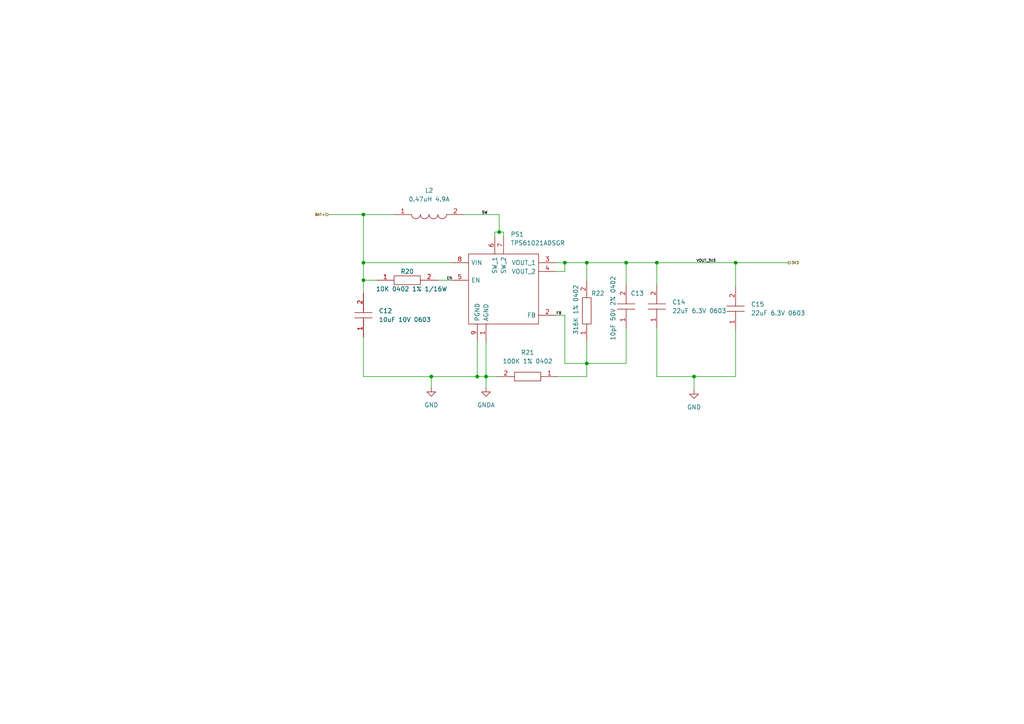
<source format=kicad_sch>
(kicad_sch (version 20211123) (generator eeschema)
  (paper "A4")
  (lib_symbols
    (symbol "global_lib:AC0402FR-0710KL" (pin_names (offset 0.762))
      (property "Reference" "R" (at 13.97 6.35 0))
      (property "Value" "AC0402FR-0710KL" (at 13.97 3.81 0))
      (symbol "AC0402FR-0710KL_0_0"
        (pin passive line (at 0 0 0) (length 5.08) (name "~") (number "1"))
        (pin passive line (at 17.78 0 180) (length 5.08) (name "~") (number "2"))
      )
      (symbol "AC0402FR-0710KL_0_1"
        (polyline (pts (xy 5.08 1.27) (xy 12.7 1.27) (xy 12.7 -1.27) (xy 5.08 -1.27) (xy 5.08 1.27)) (stroke (width 0.1524)))
      )
    )
    (symbol "my_cap:10pF 50V 2% 0402" (pin_names (offset 0.762))
      (property "Reference" "C" (at 8.89 6.35 0))
      (property "Value" "10pF 50V 2% 0402" (at 8.89 3.81 0))
      (symbol "10pF 50V 2% 0402_0_0"
        (pin passive line (at 0 0 0) (length 5.08) (name "~") (number "1"))
        (pin passive line (at 12.7 0 180) (length 5.08) (name "~") (number "2"))
      )
      (symbol "10pF 50V 2% 0402_0_1"
        (polyline (pts (xy 5.08 0) (xy 5.588 0)) (stroke (width 0.1524)))
        (polyline (pts (xy 5.588 2.54) (xy 5.588 -2.54)) (stroke (width 0.1524)))
        (polyline (pts (xy 7.112 0) (xy 7.62 0)) (stroke (width 0.1524)))
        (polyline (pts (xy 7.112 2.54) (xy 7.112 -2.54)) (stroke (width 0.1524)))
      )
    )
    (symbol "my_cap:10uF 10V 0603" (pin_names (offset 0.762))
      (property "Reference" "C" (at 8.89 6.35 0))
      (property "Value" "10uF 10V 0603" (at 8.89 3.81 0))
      (symbol "10uF 10V 0603_0_0"
        (pin passive line (at 0 0 0) (length 5.08) (name "~") (number "1"))
        (pin passive line (at 12.7 0 180) (length 5.08) (name "~") (number "2"))
      )
      (symbol "10uF 10V 0603_0_1"
        (polyline (pts (xy 5.08 0) (xy 5.588 0)) (stroke (width 0.1524)))
        (polyline (pts (xy 5.588 2.54) (xy 5.588 -2.54)) (stroke (width 0.1524)))
        (polyline (pts (xy 7.112 0) (xy 7.62 0)) (stroke (width 0.1524)))
        (polyline (pts (xy 7.112 2.54) (xy 7.112 -2.54)) (stroke (width 0.1524)))
      )
    )
    (symbol "my_cap:22uF 6.3V 0603" (pin_names (offset 0.762))
      (property "Reference" "C" (at 8.89 6.35 0))
      (property "Value" "22uF 6.3V 0603" (at 8.89 3.81 0))
      (symbol "22uF 6.3V 0603_0_0"
        (pin passive line (at 0 0 0) (length 5.08) (name "~") (number "1"))
        (pin passive line (at 12.7 0 180) (length 5.08) (name "~") (number "2"))
      )
      (symbol "22uF 6.3V 0603_0_1"
        (polyline (pts (xy 5.08 0) (xy 5.588 0)) (stroke (width 0.1524)))
        (polyline (pts (xy 5.588 2.54) (xy 5.588 -2.54)) (stroke (width 0.1524)))
        (polyline (pts (xy 7.112 0) (xy 7.62 0)) (stroke (width 0.1524)))
        (polyline (pts (xy 7.112 2.54) (xy 7.112 -2.54)) (stroke (width 0.1524)))
      )
    )
    (symbol "my_coil:0.47uH 4.9A" (pin_names (offset 0.762))
      (property "Reference" "L" (at 16.51 6.35 0))
      (property "Value" "0.47uH 4.9A" (at 16.51 3.81 0))
      (symbol "0.47uH 4.9A_0_0"
        (pin passive line (at 0 0 0) (length 5.08) (name "~") (number "1"))
        (pin passive line (at 20.32 0 180) (length 5.08) (name "~") (number "2"))
      )
      (symbol "0.47uH 4.9A_0_1"
        (arc (start 5.08 0) (mid 6.35 -1.3218) (end 7.62 0) (stroke (width 0.1524)))
        (arc (start 7.62 0) (mid 8.89 -1.3218) (end 10.16 0) (stroke (width 0.1524)))
        (arc (start 10.16 0) (mid 11.43 -1.3218) (end 12.7 0) (stroke (width 0.1524)))
        (arc (start 12.7 0) (mid 13.97 -1.3218) (end 15.24 0) (stroke (width 0.1524)))
      )
    )
    (symbol "my_res:100K 1% 0402" (pin_names (offset 0.762))
      (property "Reference" "R" (at 13.97 6.35 0))
      (property "Value" "100K 1% 0402" (at 13.97 3.81 0))
      (symbol "100K 1% 0402_0_0"
        (pin passive line (at 0 0 0) (length 5.08) (name "~") (number "1"))
        (pin passive line (at 17.78 0 180) (length 5.08) (name "~") (number "2"))
      )
      (symbol "100K 1% 0402_0_1"
        (polyline (pts (xy 5.08 1.27) (xy 12.7 1.27) (xy 12.7 -1.27) (xy 5.08 -1.27) (xy 5.08 1.27)) (stroke (width 0.1524)))
      )
    )
    (symbol "my_res:316K 1% 0402" (pin_names (offset 0.762))
      (property "Reference" "R" (at 13.97 6.35 0))
      (property "Value" "316K 1% 0402" (at 13.97 3.81 0))
      (symbol "316K 1% 0402_0_0"
        (pin passive line (at 0 0 0) (length 5.08) (name "~") (number "1"))
        (pin passive line (at 17.78 0 180) (length 5.08) (name "~") (number "2"))
      )
      (symbol "316K 1% 0402_0_1"
        (polyline (pts (xy 5.08 1.27) (xy 12.7 1.27) (xy 12.7 -1.27) (xy 5.08 -1.27) (xy 5.08 1.27)) (stroke (width 0.1524)))
      )
    )
    (symbol "my_step_up:TPS61021ADSGR" (pin_names (offset 0.762))
      (property "Reference" "PS" (at 26.67 7.62 0))
      (property "Value" "TPS61021ADSGR" (at 26.67 5.08 0))
      (symbol "TPS61021ADSGR_0_0"
        (pin power_in line (at 10.16 -22.86 90) (length 5.08) (name "AGND") (number "1"))
        (pin input line (at 30.48 -15.24 180) (length 5.08) (name "FB") (number "2"))
        (pin power_in line (at 30.48 0 180) (length 5.08) (name "VOUT_1") (number "3"))
        (pin power_in line (at 30.48 -2.54 180) (length 5.08) (name "VOUT_2") (number "4"))
        (pin input line (at 0 -5.08 0) (length 5.08) (name "EN") (number "5"))
        (pin power_in line (at 12.7 7.62 270) (length 5.08) (name "SW_1") (number "6"))
        (pin power_in line (at 15.24 7.62 270) (length 5.08) (name "SW_2") (number "7"))
        (pin input line (at 0 0 0) (length 5.08) (name "VIN") (number "8"))
        (pin power_in line (at 7.62 -22.86 90) (length 5.08) (name "PGND") (number "9"))
      )
      (symbol "TPS61021ADSGR_0_1"
        (polyline (pts (xy 5.08 2.54) (xy 25.4 2.54) (xy 25.4 -17.78) (xy 5.08 -17.78) (xy 5.08 2.54)) (stroke (width 0.1524)))
      )
    )
    (symbol "power:GND" (power) (pin_names (offset 0))
      (property "Value" "GND" (at 0 -3.81 0))
      (symbol "GND_0_1"
        (polyline (pts (xy 0 0) (xy 0 -1.27) (xy 1.27 -1.27) (xy 0 -2.54) (xy -1.27 -1.27) (xy 0 -1.27)))
      )
      (symbol "GND_1_1"
        (pin power_in line (at 0 0 270) (length 0) hide (name "GND") (number "1"))
      )
    )
    (symbol "power:GNDA" (power) (pin_names (offset 0))
      (property "Value" "GNDA" (at 0 -3.81 0))
      (symbol "GNDA_0_1"
        (polyline (pts (xy 0 0) (xy 0 -1.27) (xy 1.27 -1.27) (xy 0 -2.54) (xy -1.27 -1.27) (xy 0 -1.27)))
      )
      (symbol "GNDA_1_1"
        (pin power_in line (at 0 0 270) (length 0) hide (name "GNDA") (number "1"))
      )
    )
  )
  (junction (at 138.43 109.22))
  (junction (at 105.41 62.23))
  (junction (at 201.295 109.22))
  (junction (at 181.61 76.2))
  (junction (at 213.36 76.2))
  (junction (at 105.41 76.2))
  (junction (at 190.5 76.2))
  (junction (at 105.41 81.28))
  (junction (at 170.18 105.41))
  (junction (at 125.095 109.22))
  (junction (at 144.78 67.31))
  (junction (at 163.83 76.2))
  (junction (at 140.97 109.22))
  (junction (at 170.18 76.2))
  (wire (pts (xy 201.295 109.22) (xy 213.36 109.22)))
  (wire (pts (xy 170.18 105.41) (xy 170.18 109.22)))
  (wire (pts (xy 105.41 76.2) (xy 130.81 76.2)))
  (wire (pts (xy 144.78 67.31) (xy 146.05 67.31)))
  (wire (pts (xy 105.41 109.22) (xy 125.095 109.22)))
  (wire (pts (xy 190.5 82.55) (xy 190.5 76.2)))
  (wire (pts (xy 95.25 62.23) (xy 105.41 62.23)))
  (wire (pts (xy 127 81.28) (xy 130.81 81.28)))
  (wire (pts (xy 213.36 76.2) (xy 228.6 76.2)))
  (wire (pts (xy 138.43 99.06) (xy 138.43 109.22)))
  (wire (pts (xy 213.36 83.185) (xy 213.36 76.2)))
  (wire (pts (xy 146.05 67.31) (xy 146.05 68.58)))
  (wire (pts (xy 161.29 91.44) (xy 163.83 91.44)))
  (wire (pts (xy 181.61 95.25) (xy 181.61 105.41)))
  (wire (pts (xy 140.97 99.06) (xy 140.97 109.22)))
  (wire (pts (xy 163.83 105.41) (xy 170.18 105.41)))
  (wire (pts (xy 170.18 99.06) (xy 170.18 105.41)))
  (wire (pts (xy 140.97 109.22) (xy 144.145 109.22)))
  (wire (pts (xy 161.925 109.22) (xy 170.18 109.22)))
  (wire (pts (xy 143.51 68.58) (xy 143.51 67.31)))
  (wire (pts (xy 105.41 97.79) (xy 105.41 109.22)))
  (wire (pts (xy 190.5 76.2) (xy 181.61 76.2)))
  (wire (pts (xy 213.36 76.2) (xy 190.5 76.2)))
  (wire (pts (xy 213.36 95.885) (xy 213.36 109.22)))
  (wire (pts (xy 114.3 62.23) (xy 105.41 62.23)))
  (wire (pts (xy 125.095 109.22) (xy 125.095 112.395)))
  (wire (pts (xy 201.295 109.22) (xy 201.295 113.03)))
  (wire (pts (xy 170.18 76.2) (xy 163.83 76.2)))
  (wire (pts (xy 181.61 76.2) (xy 181.61 82.55)))
  (wire (pts (xy 138.43 109.22) (xy 140.97 109.22)))
  (wire (pts (xy 163.83 91.44) (xy 163.83 105.41)))
  (wire (pts (xy 105.41 81.28) (xy 105.41 85.09)))
  (wire (pts (xy 143.51 67.31) (xy 144.78 67.31)))
  (wire (pts (xy 201.295 109.22) (xy 190.5 109.22)))
  (wire (pts (xy 170.18 105.41) (xy 181.61 105.41)))
  (wire (pts (xy 170.18 81.28) (xy 170.18 76.2)))
  (wire (pts (xy 181.61 76.2) (xy 170.18 76.2)))
  (wire (pts (xy 161.29 78.74) (xy 163.83 78.74)))
  (wire (pts (xy 105.41 76.2) (xy 105.41 81.28)))
  (wire (pts (xy 144.78 62.23) (xy 144.78 67.31)))
  (wire (pts (xy 163.83 76.2) (xy 161.29 76.2)))
  (wire (pts (xy 125.095 109.22) (xy 138.43 109.22)))
  (wire (pts (xy 140.97 109.22) (xy 140.97 112.395)))
  (wire (pts (xy 134.62 62.23) (xy 144.78 62.23)))
  (wire (pts (xy 190.5 95.25) (xy 190.5 109.22)))
  (wire (pts (xy 163.83 76.2) (xy 163.83 78.74)))
  (wire (pts (xy 105.41 81.28) (xy 109.22 81.28)))
  (wire (pts (xy 105.41 62.23) (xy 105.41 76.2)))
  (label "FB" (at 161.29 91.44 0) (effects (font (size 0.762 0.762))))
  (label "EN" (at 129.54 81.28 0) (effects (font (size 0.762 0.762))))
  (label "SW" (at 139.7 62.23 0) (effects (font (size 0.762 0.762))))
  (label "VOUT_3V3" (at 201.93 76.2 0) (effects (font (size 0.762 0.762))))
  (hierarchical_label "3V3" (shape output) (at 228.6 76.2 0) (effects (font (size 0.762 0.762))))
  (hierarchical_label "BAT+" (shape input) (at 95.25 62.23 180) (effects (font (size 0.762 0.762))))
  (symbol (lib_id "power:GND") (at 201.295 113.03 0) (unit 1)
    (property "Reference" "#PWR027" (effects hide))
    (property "Value" "GND" (at 201.295 118.11 0))
  )
  (symbol (lib_id "my_res:316K 1% 0402") (at 170.18 99.06 90) (unit 1)
    (property "Reference" "R22" (at 171.45 85.09 90) (effects (justify right)))
    (property "Value" "316K 1% 0402" (at 167.005 82.55 0) (effects (justify right)))
    (property "Footprint" "R_0402_1005Metric" (effects hide))
    (property "Datasheet" "https://www.bourns.com/pdfs/CR0402.pdf" (effects hide))
    (property "Description" "Bourns Chip Resistors CR0402 series 3163" (effects hide))
    (property "Height" "0.4" (effects hide))
    (property "Manufacturer_Name" "Bourns" (effects hide))
    (property "Manufacturer_Part_Number" "CR0402-FX-3163GLF" (effects hide))
    (property "Mouser Part Number" "652-CR0402FX3163GLF" (effects hide))
    (property "Mouser Price/Stock" "https://www.mouser.co.uk/ProductDetail/Bourns/CR0402-FX-3163GLF/?qs=B0uw3wJAhvv4NxEivgip2Q%3D%3D" (effects hide))
  )
  (symbol (lib_id "global_lib:AC0402FR-0710KL") (at 109.22 81.28 0) (unit 1)
    (property "Reference" "R20" (at 118.11 78.74 0))
    (property "Value" "10K 0402 1% 1/16W" (at 119.38 83.82 0))
    (property "Footprint" "R_0402_1005Metric" (effects hide))
    (property "Datasheet" "https://www.yageo.com/upload/media/product/productsearch/datasheet/rchip/PYu-AC_51_RoHS_L_7.pdf" (effects hide))
    (property "Description" "Yageo 10k, 0402 Thick Film Resistor 1% 0.0625W - AC0402FR-0710KL" (effects hide))
    (property "Height" "0.37" (effects hide))
    (property "Manufacturer_Name" "YAGEO (PHYCOMP)" (effects hide))
    (property "Manufacturer_Part_Number" "AC0402FR-0710KL" (effects hide))
    (property "Mouser Part Number" "603-AC0402FR-0710KL" (effects hide))
    (property "Mouser Price/Stock" "https://www.mouser.co.uk/ProductDetail/Yageo/AC0402FR-0710KL?qs=yhV1fb9g%2FKYkR5U3B7upEQ%3D%3D" (effects hide))
    (property "Arrow Part Number" "AC0402FR-0710KL" (effects hide))
    (property "Arrow Price/Stock" "https://www.arrow.com/en/products/ac0402fr-0710kl/yageo" (effects hide))
  )
  (symbol (lib_id "my_step_up:TPS61021ADSGR") (at 130.81 76.2 0) (unit 1)
    (property "Reference" "PS1" (at 148.0694 67.945 0) (effects (justify left)))
    (property "Value" "TPS61021ADSGR" (at 148.0694 70.485 0) (effects (justify left)))
    (property "Footprint" "SON50P200X200X80-9N" (effects hide))
    (property "Datasheet" "http://www.ti.com/lit/ds/symlink/tps61021a.pdf" (effects hide))
    (property "Description" "3-A Boost Converter with 0.5-V Ultra Low Input Voltage " (effects hide))
    (property "Height" "0.8" (effects hide))
    (property "Manufacturer_Name" "Texas Instruments" (effects hide))
    (property "Manufacturer_Part_Number" "TPS61021ADSGR" (effects hide))
    (property "Mouser Part Number" "595-TPS61021ADSGR" (effects hide))
    (property "Mouser Price/Stock" "https://www.mouser.co.uk/ProductDetail/Texas-Instruments/TPS61021ADSGR?qs=osPbIpHqQ9VA%2FzqN%2FQBaxg%3D%3D" (effects hide))
    (property "Arrow Part Number" "TPS61021ADSGR" (effects hide))
    (property "Arrow Price/Stock" "https://www.arrow.com/en/products/tps61021adsgr/texas-instruments" (effects hide))
  )
  (symbol (lib_id "my_res:100K 1% 0402") (at 161.925 109.22 180) (unit 1)
    (property "Reference" "R21" (at 153.035 102.235 0))
    (property "Value" "100K 1% 0402" (at 153.035 104.775 0))
    (property "Footprint" "R_0402_1005Metric" (effects hide))
    (property "Datasheet" "https://fscdn.rohm.com/en/products/databook/datasheet/passive/resistor/chip_resistor/sfr-e.pdf" (effects hide))
    (property "Description" "Thick Film Resistors - SMD 0402 100Kohm 1% Anti-Sulfur AEC-Q200" (effects hide))
    (property "Height" "0.4" (effects hide))
    (property "Manufacturer_Name" "ROHM Semiconductor" (effects hide))
    (property "Manufacturer_Part_Number" "SFR01MZPF1003" (effects hide))
    (property "Mouser Part Number" "755-SFR01MZPF1003" (effects hide))
    (property "Mouser Price/Stock" "https://www.mouser.co.uk/ProductDetail/ROHM-Semiconductor/SFR01MZPF1003?qs=Mv7BduZupUj2RFL5gMaKTg%3D%3D" (effects hide))
  )
  (symbol (lib_id "my_cap:22uF 6.3V 0603") (at 213.36 95.885 90) (unit 1)
    (property "Reference" "C15" (at 217.805 88.2649 90) (effects (justify right)))
    (property "Value" "22uF 6.3V 0603" (at 217.805 90.8049 90) (effects (justify right)))
    (property "Footprint" "C_0603_1608Metric" (effects hide))
    (property "Datasheet" "https://psearch.en.murata.com/capacitor/product/GRM188R60J226MEA0%23.html" (effects hide))
    (property "Description" "Multilayer Ceramic Capacitors MLCC - SMD/SMT 0603 22uF 6.3volts *Derate Voltage/Temp" (effects hide))
    (property "Height" "0.9" (effects hide))
    (property "Manufacturer_Name" "Murata Electronics" (effects hide))
    (property "Manufacturer_Part_Number" "GRM188R60J226MEA0D" (effects hide))
    (property "Mouser Part Number" "81-GRM188R60J226ME0D" (effects hide))
    (property "Mouser Price/Stock" "https://www.mouser.co.uk/ProductDetail/Murata-Electronics/GRM188R60J226MEA0D?qs=p%2FZgMVRdWRkAKoLX3oNjgw%3D%3D" (effects hide))
    (property "Arrow Part Number" "GRM188R60J226MEA0D" (effects hide))
    (property "Arrow Price/Stock" "https://www.arrow.com/en/products/grm188r60j226mea0d/murata-manufacturing?region=nac" (effects hide))
  )
  (symbol (lib_id "my_cap:22uF 6.3V 0603") (at 190.5 95.25 90) (unit 1)
    (property "Reference" "C14" (at 194.945 87.6299 90) (effects (justify right)))
    (property "Value" "22uF 6.3V 0603" (at 194.945 90.1699 90) (effects (justify right)))
    (property "Footprint" "C_0603_1608Metric" (effects hide))
    (property "Datasheet" "https://psearch.en.murata.com/capacitor/product/GRM188R60J226MEA0%23.html" (effects hide))
    (property "Description" "Multilayer Ceramic Capacitors MLCC - SMD/SMT 0603 22uF 6.3volts *Derate Voltage/Temp" (effects hide))
    (property "Height" "0.9" (effects hide))
    (property "Manufacturer_Name" "Murata Electronics" (effects hide))
    (property "Manufacturer_Part_Number" "GRM188R60J226MEA0D" (effects hide))
    (property "Mouser Part Number" "81-GRM188R60J226ME0D" (effects hide))
    (property "Mouser Price/Stock" "https://www.mouser.co.uk/ProductDetail/Murata-Electronics/GRM188R60J226MEA0D?qs=p%2FZgMVRdWRkAKoLX3oNjgw%3D%3D" (effects hide))
    (property "Arrow Part Number" "GRM188R60J226MEA0D" (effects hide))
    (property "Arrow Price/Stock" "https://www.arrow.com/en/products/grm188r60j226mea0d/murata-manufacturing?region=nac" (effects hide))
  )
  (symbol (lib_id "my_cap:10pF 50V 2% 0402") (at 181.61 95.25 90) (unit 1)
    (property "Reference" "C13" (at 182.88 85.09 90) (effects (justify right)))
    (property "Value" "10pF 50V 2% 0402" (at 177.8 80.01 0) (effects (justify right)))
    (property "Footprint" "C_0402_1005Metric" (effects hide))
    (property "Datasheet" "https://psearch.en.murata.com/capacitor/product/GJM1555C1H100GB01%23.html" (effects hide))
    (property "Description" "Capacitor GJM15_0.10 L=1.0mm W=0.5mm T=0.5mm" (effects hide))
    (property "Height" "0.55" (effects hide))
    (property "Manufacturer_Name" "Murata Electronics" (effects hide))
    (property "Manufacturer_Part_Number" "GJM1555C1H100GB01D" (effects hide))
    (property "Mouser Part Number" "81-GJM1555C1H100GB01" (effects hide))
    (property "Mouser Price/Stock" "https://www.mouser.co.uk/ProductDetail/Murata-Electronics/GJM1555C1H100GB01D?qs=wg6chLqwgwrVpLICke%2FDeA%3D%3D" (effects hide))
    (property "Arrow Part Number" "GJM1555C1H100GB01D" (effects hide))
    (property "Arrow Price/Stock" "https://www.arrow.com/en/products/gjm1555c1h100gb01d/murata-manufacturing" (effects hide))
  )
  (symbol (lib_id "my_coil:0.47uH 4.9A") (at 114.3 62.23 0) (unit 1)
    (property "Reference" "L2" (at 124.46 55.245 0))
    (property "Value" "0.47uH 4.9A" (at 124.46 57.785 0))
    (property "Footprint" "INDC2016X80N" (effects hide))
    (property "Datasheet" "https://datasheet.datasheetarchive.com/originals/distributors/DKDS41/DSANUWW0039576.pdf" (effects hide))
    (property "Description" "Inductors for Power Circuits, for Consumer, Thin Film Metal, TFM201610ALC ,-40 to +125" (effects hide))
    (property "Height" "0.8" (effects hide))
    (property "Manufacturer_Name" "TDK" (effects hide))
    (property "Manufacturer_Part_Number" "TFM201610ALC-R47MTAA" (effects hide))
    (property "Mouser Part Number" "810-TFM201610ALCR47M" (effects hide))
    (property "Mouser Price/Stock" "https://www.mouser.co.uk/ProductDetail/TDK/TFM201610ALC-R47MTAA?qs=MLItCLRbWsy9rkE7tyNMeg%3D%3D" (effects hide))
    (property "Arrow Part Number" "TFM201610ALC-R47MTAA" (effects hide))
    (property "Arrow Price/Stock" "https://www.arrow.com/en/products/tfm201610alc-r47mtaa/tdk?region=nac" (effects hide))
  )
  (symbol (lib_id "power:GNDA") (at 140.97 112.395 0) (unit 1)
    (property "Reference" "#PWR026" (effects hide))
    (property "Value" "GNDA" (at 140.97 117.475 0))
  )
  (symbol (lib_id "my_cap:10uF 10V 0603") (at 105.41 97.79 90) (unit 1)
    (property "Reference" "C12" (at 109.855 90.1699 90) (effects (justify right)))
    (property "Value" "10uF 10V 0603" (at 109.855 92.7099 90) (effects (justify right)))
    (property "Footprint" "C_0603_1608Metric" (effects hide))
    (property "Datasheet" "https://datasheet.datasheetarchive.com/originals/distributors/Datasheets_SAMA/bbba3f8fe6d46f272928c3ff665d9bef.pdf" (effects hide))
    (property "Description" "Chip Capacitor value 106" (effects hide))
    (property "Height" "0.9" (effects hide))
    (property "Manufacturer_Name" "Murata Electronics" (effects hide))
    (property "Manufacturer_Part_Number" "GRM188Z71A106KA73D" (effects hide))
    (property "Mouser Part Number" "81-GRM188Z71A106KA3D" (effects hide))
    (property "Mouser Price/Stock" "https://www.mouser.co.uk/ProductDetail/Murata-Electronics/GRM188Z71A106KA73D?qs=d0WKAl%252BL4KaRM1L%252BaIs%2FqQ%3D%3D" (effects hide))
    (property "Arrow Part Number" "GRM188Z71A106KA73D" (effects hide))
    (property "Arrow Price/Stock" "https://www.arrow.com/en/products/grm188z71a106ka73d/murata-manufacturing?region=europe" (effects hide))
  )
  (symbol (lib_id "power:GND") (at 125.095 112.395 0) (unit 1)
    (property "Reference" "#PWR025" (effects hide))
    (property "Value" "GND" (at 125.095 117.475 0))
  )
)
</source>
